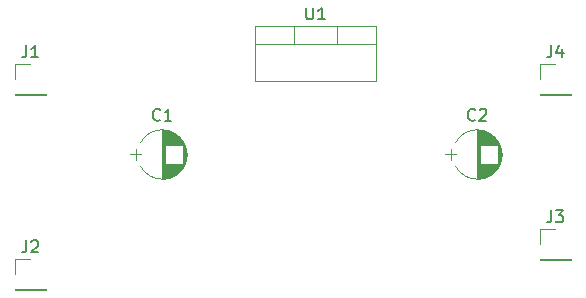
<source format=gbr>
%TF.GenerationSoftware,KiCad,Pcbnew,5.1.6+dfsg1-1*%
%TF.CreationDate,2021-08-19T19:41:55+08:00*%
%TF.ProjectId,LM8705-power,4c4d3837-3035-42d7-906f-7765722e6b69,rev?*%
%TF.SameCoordinates,Original*%
%TF.FileFunction,Legend,Top*%
%TF.FilePolarity,Positive*%
%FSLAX46Y46*%
G04 Gerber Fmt 4.6, Leading zero omitted, Abs format (unit mm)*
G04 Created by KiCad (PCBNEW 5.1.6+dfsg1-1) date 2021-08-19 19:41:55*
%MOMM*%
%LPD*%
G01*
G04 APERTURE LIST*
%ADD10C,0.120000*%
%ADD11C,0.150000*%
G04 APERTURE END LIST*
D10*
%TO.C,U1*%
X128230000Y-79280000D02*
X138470000Y-79280000D01*
X128230000Y-83921000D02*
X138470000Y-83921000D01*
X128230000Y-79280000D02*
X128230000Y-83921000D01*
X138470000Y-79280000D02*
X138470000Y-83921000D01*
X128230000Y-80790000D02*
X138470000Y-80790000D01*
X131500000Y-79280000D02*
X131500000Y-80790000D01*
X135201000Y-79280000D02*
X135201000Y-80790000D01*
%TO.C,J4*%
X152340000Y-85150000D02*
X155000000Y-85150000D01*
X152340000Y-85090000D02*
X152340000Y-85150000D01*
X155000000Y-85090000D02*
X155000000Y-85150000D01*
X152340000Y-85090000D02*
X155000000Y-85090000D01*
X152340000Y-83820000D02*
X152340000Y-82490000D01*
X152340000Y-82490000D02*
X153670000Y-82490000D01*
%TO.C,J3*%
X152340000Y-99120000D02*
X155000000Y-99120000D01*
X152340000Y-99060000D02*
X152340000Y-99120000D01*
X155000000Y-99060000D02*
X155000000Y-99120000D01*
X152340000Y-99060000D02*
X155000000Y-99060000D01*
X152340000Y-97790000D02*
X152340000Y-96460000D01*
X152340000Y-96460000D02*
X153670000Y-96460000D01*
%TO.C,J2*%
X107890000Y-101660000D02*
X110550000Y-101660000D01*
X107890000Y-101600000D02*
X107890000Y-101660000D01*
X110550000Y-101600000D02*
X110550000Y-101660000D01*
X107890000Y-101600000D02*
X110550000Y-101600000D01*
X107890000Y-100330000D02*
X107890000Y-99000000D01*
X107890000Y-99000000D02*
X109220000Y-99000000D01*
%TO.C,J1*%
X107890000Y-85150000D02*
X110550000Y-85150000D01*
X107890000Y-85090000D02*
X107890000Y-85150000D01*
X110550000Y-85090000D02*
X110550000Y-85150000D01*
X107890000Y-85090000D02*
X110550000Y-85090000D01*
X107890000Y-83820000D02*
X107890000Y-82490000D01*
X107890000Y-82490000D02*
X109220000Y-82490000D01*
%TO.C,C2*%
X148896436Y-91149170D02*
G75*
G03*
X148895996Y-89190000I-1846436J979170D01*
G01*
X148896436Y-91149170D02*
G75*
G02*
X145204004Y-91150000I-1846436J979170D01*
G01*
X148896436Y-89190830D02*
G75*
G03*
X145204004Y-89190000I-1846436J-979170D01*
G01*
X147050000Y-88120000D02*
X147050000Y-92220000D01*
X147090000Y-88120000D02*
X147090000Y-92220000D01*
X147130000Y-88121000D02*
X147130000Y-92219000D01*
X147170000Y-88123000D02*
X147170000Y-92217000D01*
X147210000Y-88126000D02*
X147210000Y-92214000D01*
X147250000Y-88129000D02*
X147250000Y-92211000D01*
X147290000Y-88133000D02*
X147290000Y-89390000D01*
X147290000Y-90950000D02*
X147290000Y-92207000D01*
X147330000Y-88138000D02*
X147330000Y-89390000D01*
X147330000Y-90950000D02*
X147330000Y-92202000D01*
X147370000Y-88144000D02*
X147370000Y-89390000D01*
X147370000Y-90950000D02*
X147370000Y-92196000D01*
X147410000Y-88151000D02*
X147410000Y-89390000D01*
X147410000Y-90950000D02*
X147410000Y-92189000D01*
X147450000Y-88158000D02*
X147450000Y-89390000D01*
X147450000Y-90950000D02*
X147450000Y-92182000D01*
X147490000Y-88166000D02*
X147490000Y-89390000D01*
X147490000Y-90950000D02*
X147490000Y-92174000D01*
X147530000Y-88175000D02*
X147530000Y-89390000D01*
X147530000Y-90950000D02*
X147530000Y-92165000D01*
X147570000Y-88185000D02*
X147570000Y-89390000D01*
X147570000Y-90950000D02*
X147570000Y-92155000D01*
X147610000Y-88196000D02*
X147610000Y-89390000D01*
X147610000Y-90950000D02*
X147610000Y-92144000D01*
X147650000Y-88207000D02*
X147650000Y-89390000D01*
X147650000Y-90950000D02*
X147650000Y-92133000D01*
X147690000Y-88220000D02*
X147690000Y-89390000D01*
X147690000Y-90950000D02*
X147690000Y-92120000D01*
X147730000Y-88233000D02*
X147730000Y-89390000D01*
X147730000Y-90950000D02*
X147730000Y-92107000D01*
X147771000Y-88247000D02*
X147771000Y-89390000D01*
X147771000Y-90950000D02*
X147771000Y-92093000D01*
X147811000Y-88263000D02*
X147811000Y-89390000D01*
X147811000Y-90950000D02*
X147811000Y-92077000D01*
X147851000Y-88279000D02*
X147851000Y-89390000D01*
X147851000Y-90950000D02*
X147851000Y-92061000D01*
X147891000Y-88296000D02*
X147891000Y-89390000D01*
X147891000Y-90950000D02*
X147891000Y-92044000D01*
X147931000Y-88314000D02*
X147931000Y-89390000D01*
X147931000Y-90950000D02*
X147931000Y-92026000D01*
X147971000Y-88333000D02*
X147971000Y-89390000D01*
X147971000Y-90950000D02*
X147971000Y-92007000D01*
X148011000Y-88353000D02*
X148011000Y-89390000D01*
X148011000Y-90950000D02*
X148011000Y-91987000D01*
X148051000Y-88374000D02*
X148051000Y-89390000D01*
X148051000Y-90950000D02*
X148051000Y-91966000D01*
X148091000Y-88397000D02*
X148091000Y-89390000D01*
X148091000Y-90950000D02*
X148091000Y-91943000D01*
X148131000Y-88420000D02*
X148131000Y-89390000D01*
X148131000Y-90950000D02*
X148131000Y-91920000D01*
X148171000Y-88445000D02*
X148171000Y-89390000D01*
X148171000Y-90950000D02*
X148171000Y-91895000D01*
X148211000Y-88471000D02*
X148211000Y-89390000D01*
X148211000Y-90950000D02*
X148211000Y-91869000D01*
X148251000Y-88498000D02*
X148251000Y-89390000D01*
X148251000Y-90950000D02*
X148251000Y-91842000D01*
X148291000Y-88527000D02*
X148291000Y-89390000D01*
X148291000Y-90950000D02*
X148291000Y-91813000D01*
X148331000Y-88557000D02*
X148331000Y-89390000D01*
X148331000Y-90950000D02*
X148331000Y-91783000D01*
X148371000Y-88589000D02*
X148371000Y-89390000D01*
X148371000Y-90950000D02*
X148371000Y-91751000D01*
X148411000Y-88623000D02*
X148411000Y-89390000D01*
X148411000Y-90950000D02*
X148411000Y-91717000D01*
X148451000Y-88658000D02*
X148451000Y-89390000D01*
X148451000Y-90950000D02*
X148451000Y-91682000D01*
X148491000Y-88695000D02*
X148491000Y-89390000D01*
X148491000Y-90950000D02*
X148491000Y-91645000D01*
X148531000Y-88734000D02*
X148531000Y-89390000D01*
X148531000Y-90950000D02*
X148531000Y-91606000D01*
X148571000Y-88775000D02*
X148571000Y-89390000D01*
X148571000Y-90950000D02*
X148571000Y-91565000D01*
X148611000Y-88819000D02*
X148611000Y-89390000D01*
X148611000Y-90950000D02*
X148611000Y-91521000D01*
X148651000Y-88865000D02*
X148651000Y-89390000D01*
X148651000Y-90950000D02*
X148651000Y-91475000D01*
X148691000Y-88914000D02*
X148691000Y-89390000D01*
X148691000Y-90950000D02*
X148691000Y-91426000D01*
X148731000Y-88966000D02*
X148731000Y-89390000D01*
X148731000Y-90950000D02*
X148731000Y-91374000D01*
X148771000Y-89022000D02*
X148771000Y-89390000D01*
X148771000Y-90950000D02*
X148771000Y-91318000D01*
X148811000Y-89082000D02*
X148811000Y-89390000D01*
X148811000Y-90950000D02*
X148811000Y-91258000D01*
X148851000Y-89147000D02*
X148851000Y-91193000D01*
X148891000Y-89218000D02*
X148891000Y-91122000D01*
X148931000Y-89296000D02*
X148931000Y-91044000D01*
X148971000Y-89384000D02*
X148971000Y-90956000D01*
X149011000Y-89484000D02*
X149011000Y-90856000D01*
X149051000Y-89603000D02*
X149051000Y-90737000D01*
X149091000Y-89755000D02*
X149091000Y-90585000D01*
X149131000Y-90005000D02*
X149131000Y-90335000D01*
X144350000Y-90170000D02*
X145250000Y-90170000D01*
X144800000Y-89720000D02*
X144800000Y-90620000D01*
%TO.C,C1*%
X122226436Y-91149170D02*
G75*
G03*
X122225996Y-89190000I-1846436J979170D01*
G01*
X122226436Y-91149170D02*
G75*
G02*
X118534004Y-91150000I-1846436J979170D01*
G01*
X122226436Y-89190830D02*
G75*
G03*
X118534004Y-89190000I-1846436J-979170D01*
G01*
X120380000Y-88120000D02*
X120380000Y-92220000D01*
X120420000Y-88120000D02*
X120420000Y-92220000D01*
X120460000Y-88121000D02*
X120460000Y-92219000D01*
X120500000Y-88123000D02*
X120500000Y-92217000D01*
X120540000Y-88126000D02*
X120540000Y-92214000D01*
X120580000Y-88129000D02*
X120580000Y-92211000D01*
X120620000Y-88133000D02*
X120620000Y-89390000D01*
X120620000Y-90950000D02*
X120620000Y-92207000D01*
X120660000Y-88138000D02*
X120660000Y-89390000D01*
X120660000Y-90950000D02*
X120660000Y-92202000D01*
X120700000Y-88144000D02*
X120700000Y-89390000D01*
X120700000Y-90950000D02*
X120700000Y-92196000D01*
X120740000Y-88151000D02*
X120740000Y-89390000D01*
X120740000Y-90950000D02*
X120740000Y-92189000D01*
X120780000Y-88158000D02*
X120780000Y-89390000D01*
X120780000Y-90950000D02*
X120780000Y-92182000D01*
X120820000Y-88166000D02*
X120820000Y-89390000D01*
X120820000Y-90950000D02*
X120820000Y-92174000D01*
X120860000Y-88175000D02*
X120860000Y-89390000D01*
X120860000Y-90950000D02*
X120860000Y-92165000D01*
X120900000Y-88185000D02*
X120900000Y-89390000D01*
X120900000Y-90950000D02*
X120900000Y-92155000D01*
X120940000Y-88196000D02*
X120940000Y-89390000D01*
X120940000Y-90950000D02*
X120940000Y-92144000D01*
X120980000Y-88207000D02*
X120980000Y-89390000D01*
X120980000Y-90950000D02*
X120980000Y-92133000D01*
X121020000Y-88220000D02*
X121020000Y-89390000D01*
X121020000Y-90950000D02*
X121020000Y-92120000D01*
X121060000Y-88233000D02*
X121060000Y-89390000D01*
X121060000Y-90950000D02*
X121060000Y-92107000D01*
X121101000Y-88247000D02*
X121101000Y-89390000D01*
X121101000Y-90950000D02*
X121101000Y-92093000D01*
X121141000Y-88263000D02*
X121141000Y-89390000D01*
X121141000Y-90950000D02*
X121141000Y-92077000D01*
X121181000Y-88279000D02*
X121181000Y-89390000D01*
X121181000Y-90950000D02*
X121181000Y-92061000D01*
X121221000Y-88296000D02*
X121221000Y-89390000D01*
X121221000Y-90950000D02*
X121221000Y-92044000D01*
X121261000Y-88314000D02*
X121261000Y-89390000D01*
X121261000Y-90950000D02*
X121261000Y-92026000D01*
X121301000Y-88333000D02*
X121301000Y-89390000D01*
X121301000Y-90950000D02*
X121301000Y-92007000D01*
X121341000Y-88353000D02*
X121341000Y-89390000D01*
X121341000Y-90950000D02*
X121341000Y-91987000D01*
X121381000Y-88374000D02*
X121381000Y-89390000D01*
X121381000Y-90950000D02*
X121381000Y-91966000D01*
X121421000Y-88397000D02*
X121421000Y-89390000D01*
X121421000Y-90950000D02*
X121421000Y-91943000D01*
X121461000Y-88420000D02*
X121461000Y-89390000D01*
X121461000Y-90950000D02*
X121461000Y-91920000D01*
X121501000Y-88445000D02*
X121501000Y-89390000D01*
X121501000Y-90950000D02*
X121501000Y-91895000D01*
X121541000Y-88471000D02*
X121541000Y-89390000D01*
X121541000Y-90950000D02*
X121541000Y-91869000D01*
X121581000Y-88498000D02*
X121581000Y-89390000D01*
X121581000Y-90950000D02*
X121581000Y-91842000D01*
X121621000Y-88527000D02*
X121621000Y-89390000D01*
X121621000Y-90950000D02*
X121621000Y-91813000D01*
X121661000Y-88557000D02*
X121661000Y-89390000D01*
X121661000Y-90950000D02*
X121661000Y-91783000D01*
X121701000Y-88589000D02*
X121701000Y-89390000D01*
X121701000Y-90950000D02*
X121701000Y-91751000D01*
X121741000Y-88623000D02*
X121741000Y-89390000D01*
X121741000Y-90950000D02*
X121741000Y-91717000D01*
X121781000Y-88658000D02*
X121781000Y-89390000D01*
X121781000Y-90950000D02*
X121781000Y-91682000D01*
X121821000Y-88695000D02*
X121821000Y-89390000D01*
X121821000Y-90950000D02*
X121821000Y-91645000D01*
X121861000Y-88734000D02*
X121861000Y-89390000D01*
X121861000Y-90950000D02*
X121861000Y-91606000D01*
X121901000Y-88775000D02*
X121901000Y-89390000D01*
X121901000Y-90950000D02*
X121901000Y-91565000D01*
X121941000Y-88819000D02*
X121941000Y-89390000D01*
X121941000Y-90950000D02*
X121941000Y-91521000D01*
X121981000Y-88865000D02*
X121981000Y-89390000D01*
X121981000Y-90950000D02*
X121981000Y-91475000D01*
X122021000Y-88914000D02*
X122021000Y-89390000D01*
X122021000Y-90950000D02*
X122021000Y-91426000D01*
X122061000Y-88966000D02*
X122061000Y-89390000D01*
X122061000Y-90950000D02*
X122061000Y-91374000D01*
X122101000Y-89022000D02*
X122101000Y-89390000D01*
X122101000Y-90950000D02*
X122101000Y-91318000D01*
X122141000Y-89082000D02*
X122141000Y-89390000D01*
X122141000Y-90950000D02*
X122141000Y-91258000D01*
X122181000Y-89147000D02*
X122181000Y-91193000D01*
X122221000Y-89218000D02*
X122221000Y-91122000D01*
X122261000Y-89296000D02*
X122261000Y-91044000D01*
X122301000Y-89384000D02*
X122301000Y-90956000D01*
X122341000Y-89484000D02*
X122341000Y-90856000D01*
X122381000Y-89603000D02*
X122381000Y-90737000D01*
X122421000Y-89755000D02*
X122421000Y-90585000D01*
X122461000Y-90005000D02*
X122461000Y-90335000D01*
X117680000Y-90170000D02*
X118580000Y-90170000D01*
X118130000Y-89720000D02*
X118130000Y-90620000D01*
%TO.C,U1*%
D11*
X132588095Y-77732380D02*
X132588095Y-78541904D01*
X132635714Y-78637142D01*
X132683333Y-78684761D01*
X132778571Y-78732380D01*
X132969047Y-78732380D01*
X133064285Y-78684761D01*
X133111904Y-78637142D01*
X133159523Y-78541904D01*
X133159523Y-77732380D01*
X134159523Y-78732380D02*
X133588095Y-78732380D01*
X133873809Y-78732380D02*
X133873809Y-77732380D01*
X133778571Y-77875238D01*
X133683333Y-77970476D01*
X133588095Y-78018095D01*
%TO.C,J4*%
X153336666Y-80942380D02*
X153336666Y-81656666D01*
X153289047Y-81799523D01*
X153193809Y-81894761D01*
X153050952Y-81942380D01*
X152955714Y-81942380D01*
X154241428Y-81275714D02*
X154241428Y-81942380D01*
X154003333Y-80894761D02*
X153765238Y-81609047D01*
X154384285Y-81609047D01*
%TO.C,J3*%
X153336666Y-94912380D02*
X153336666Y-95626666D01*
X153289047Y-95769523D01*
X153193809Y-95864761D01*
X153050952Y-95912380D01*
X152955714Y-95912380D01*
X153717619Y-94912380D02*
X154336666Y-94912380D01*
X154003333Y-95293333D01*
X154146190Y-95293333D01*
X154241428Y-95340952D01*
X154289047Y-95388571D01*
X154336666Y-95483809D01*
X154336666Y-95721904D01*
X154289047Y-95817142D01*
X154241428Y-95864761D01*
X154146190Y-95912380D01*
X153860476Y-95912380D01*
X153765238Y-95864761D01*
X153717619Y-95817142D01*
%TO.C,J2*%
X108886666Y-97452380D02*
X108886666Y-98166666D01*
X108839047Y-98309523D01*
X108743809Y-98404761D01*
X108600952Y-98452380D01*
X108505714Y-98452380D01*
X109315238Y-97547619D02*
X109362857Y-97500000D01*
X109458095Y-97452380D01*
X109696190Y-97452380D01*
X109791428Y-97500000D01*
X109839047Y-97547619D01*
X109886666Y-97642857D01*
X109886666Y-97738095D01*
X109839047Y-97880952D01*
X109267619Y-98452380D01*
X109886666Y-98452380D01*
%TO.C,J1*%
X108886666Y-80942380D02*
X108886666Y-81656666D01*
X108839047Y-81799523D01*
X108743809Y-81894761D01*
X108600952Y-81942380D01*
X108505714Y-81942380D01*
X109886666Y-81942380D02*
X109315238Y-81942380D01*
X109600952Y-81942380D02*
X109600952Y-80942380D01*
X109505714Y-81085238D01*
X109410476Y-81180476D01*
X109315238Y-81228095D01*
%TO.C,C2*%
X146883333Y-87217142D02*
X146835714Y-87264761D01*
X146692857Y-87312380D01*
X146597619Y-87312380D01*
X146454761Y-87264761D01*
X146359523Y-87169523D01*
X146311904Y-87074285D01*
X146264285Y-86883809D01*
X146264285Y-86740952D01*
X146311904Y-86550476D01*
X146359523Y-86455238D01*
X146454761Y-86360000D01*
X146597619Y-86312380D01*
X146692857Y-86312380D01*
X146835714Y-86360000D01*
X146883333Y-86407619D01*
X147264285Y-86407619D02*
X147311904Y-86360000D01*
X147407142Y-86312380D01*
X147645238Y-86312380D01*
X147740476Y-86360000D01*
X147788095Y-86407619D01*
X147835714Y-86502857D01*
X147835714Y-86598095D01*
X147788095Y-86740952D01*
X147216666Y-87312380D01*
X147835714Y-87312380D01*
%TO.C,C1*%
X120213333Y-87217142D02*
X120165714Y-87264761D01*
X120022857Y-87312380D01*
X119927619Y-87312380D01*
X119784761Y-87264761D01*
X119689523Y-87169523D01*
X119641904Y-87074285D01*
X119594285Y-86883809D01*
X119594285Y-86740952D01*
X119641904Y-86550476D01*
X119689523Y-86455238D01*
X119784761Y-86360000D01*
X119927619Y-86312380D01*
X120022857Y-86312380D01*
X120165714Y-86360000D01*
X120213333Y-86407619D01*
X121165714Y-87312380D02*
X120594285Y-87312380D01*
X120880000Y-87312380D02*
X120880000Y-86312380D01*
X120784761Y-86455238D01*
X120689523Y-86550476D01*
X120594285Y-86598095D01*
%TD*%
M02*

</source>
